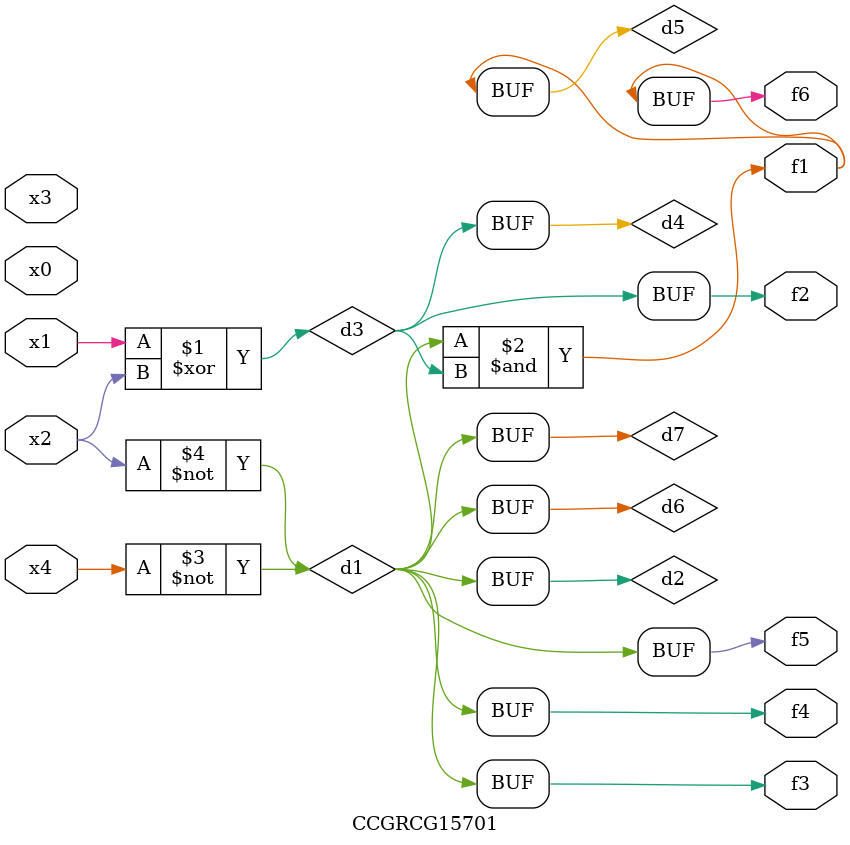
<source format=v>
module CCGRCG15701(
	input x0, x1, x2, x3, x4,
	output f1, f2, f3, f4, f5, f6
);

	wire d1, d2, d3, d4, d5, d6, d7;

	not (d1, x4);
	not (d2, x2);
	xor (d3, x1, x2);
	buf (d4, d3);
	and (d5, d1, d3);
	buf (d6, d1, d2);
	buf (d7, d2);
	assign f1 = d5;
	assign f2 = d4;
	assign f3 = d7;
	assign f4 = d7;
	assign f5 = d7;
	assign f6 = d5;
endmodule

</source>
